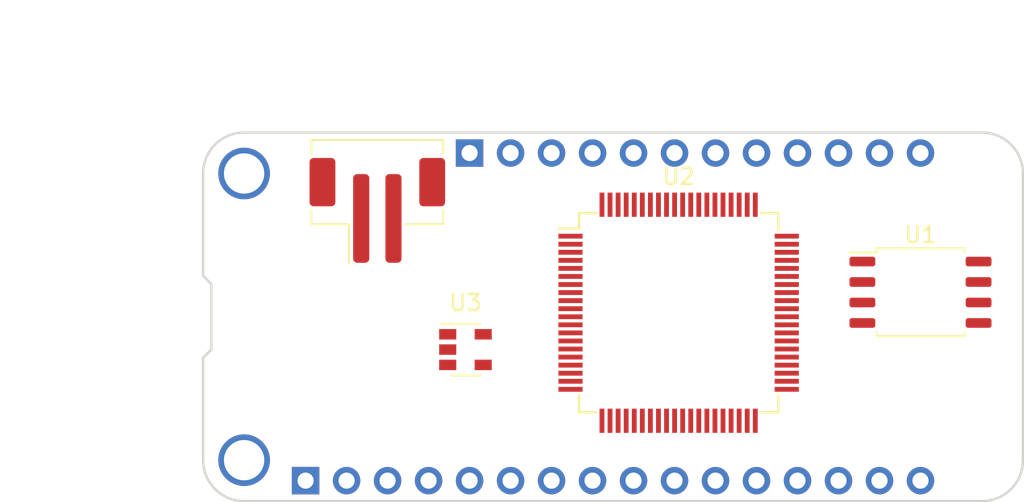
<source format=kicad_pcb>
(kicad_pcb (version 20171130) (host pcbnew "(5.1.5-0-10_14)")

  (general
    (thickness 1.6)
    (drawings 14)
    (tracks 0)
    (zones 0)
    (modules 10)
    (nets 79)
  )

  (page A4)
  (layers
    (0 F.Cu signal)
    (31 B.Cu signal)
    (32 B.Adhes user)
    (33 F.Adhes user)
    (34 B.Paste user)
    (35 F.Paste user)
    (36 B.SilkS user)
    (37 F.SilkS user)
    (38 B.Mask user)
    (39 F.Mask user)
    (40 Dwgs.User user)
    (41 Cmts.User user hide)
    (42 Eco1.User user)
    (43 Eco2.User user)
    (44 Edge.Cuts user)
    (45 Margin user)
    (46 B.CrtYd user)
    (47 F.CrtYd user)
    (48 B.Fab user)
    (49 F.Fab user)
  )

  (setup
    (last_trace_width 0.25)
    (trace_clearance 0.2)
    (zone_clearance 0.508)
    (zone_45_only no)
    (trace_min 0.2)
    (via_size 0.8)
    (via_drill 0.4)
    (via_min_size 0.4)
    (via_min_drill 0.3)
    (uvia_size 0.3)
    (uvia_drill 0.1)
    (uvias_allowed no)
    (uvia_min_size 0.2)
    (uvia_min_drill 0.1)
    (edge_width 0.05)
    (segment_width 0.2)
    (pcb_text_width 0.3)
    (pcb_text_size 1.5 1.5)
    (mod_edge_width 0.12)
    (mod_text_size 1 1)
    (mod_text_width 0.15)
    (pad_size 3.2 3.2)
    (pad_drill 2.5)
    (pad_to_mask_clearance 0.051)
    (solder_mask_min_width 0.25)
    (aux_axis_origin 0 0)
    (visible_elements FFFFF77F)
    (pcbplotparams
      (layerselection 0x010fc_ffffffff)
      (usegerberextensions false)
      (usegerberattributes false)
      (usegerberadvancedattributes false)
      (creategerberjobfile false)
      (excludeedgelayer true)
      (linewidth 0.100000)
      (plotframeref false)
      (viasonmask false)
      (mode 1)
      (useauxorigin false)
      (hpglpennumber 1)
      (hpglpenspeed 20)
      (hpglpendiameter 15.000000)
      (psnegative false)
      (psa4output false)
      (plotreference true)
      (plotvalue true)
      (plotinvisibletext false)
      (padsonsilk false)
      (subtractmaskfromsilk false)
      (outputformat 1)
      (mirror false)
      (drillshape 1)
      (scaleselection 1)
      (outputdirectory ""))
  )

  (net 0 "")
  (net 1 +BATT)
  (net 2 GND)
  (net 3 VBUS)
  (net 4 /MISC)
  (net 5 /TX)
  (net 6 /RX)
  (net 7 /MISO)
  (net 8 /MOSI)
  (net 9 /SCK)
  (net 10 /A5)
  (net 11 /A4)
  (net 12 /A3)
  (net 13 /A2)
  (net 14 /A1)
  (net 15 /A0)
  (net 16 /Aref)
  (net 17 +3V3)
  (net 18 /~RST~)
  (net 19 /SDA)
  (net 20 /SCL)
  (net 21 /GPIO05)
  (net 22 /GPIO06)
  (net 23 /GPIO09)
  (net 24 /GPIO10)
  (net 25 /GPIO11)
  (net 26 /GPIO12)
  (net 27 /GPIO13)
  (net 28 /EN)
  (net 29 /FlexSPI_D3_A)
  (net 30 /FlexSPI_CLK_A)
  (net 31 /FlexSPI_D0_A)
  (net 32 /FlexSPI_D2_A)
  (net 33 /FlexSPI_D1_A)
  (net 34 /FlexSPI_SS0)
  (net 35 /DCDC_OUT)
  (net 36 "Net-(U2-Pad76)")
  (net 37 "Net-(U2-Pad75)")
  (net 38 "Net-(U2-Pad74)")
  (net 39 "Net-(U2-Pad73)")
  (net 40 "Net-(U2-Pad72)")
  (net 41 "Net-(U2-Pad70)")
  (net 42 "Net-(U2-Pad62)")
  (net 43 "Net-(U2-Pad61)")
  (net 44 "Net-(U2-Pad60)")
  (net 45 /CS)
  (net 46 "Net-(U2-Pad46)")
  (net 47 /SWCLK)
  (net 48 /SWDIO)
  (net 49 "Net-(U2-Pad43)")
  (net 50 "Net-(C15-Pad1)")
  (net 51 "Net-(C5-Pad2)")
  (net 52 /XLO)
  (net 53 /XLI)
  (net 54 "Net-(U2-Pad36)")
  (net 55 "Net-(C13-Pad1)")
  (net 56 /D+)
  (net 57 /D-)
  (net 58 "Net-(C11-Pad1)")
  (net 59 "Net-(U2-Pad29)")
  (net 60 /RTCO)
  (net 61 /RTCI)
  (net 62 "Net-(C1-Pad1)")
  (net 63 "Net-(C20-Pad2)")
  (net 64 "Net-(U2-Pad24)")
  (net 65 "Net-(U2-Pad22)")
  (net 66 /ONOFF)
  (net 67 "Net-(C23-Pad1)")
  (net 68 "Net-(U2-Pad13)")
  (net 69 /GPIO5)
  (net 70 /GPIO6)
  (net 71 "Net-(U2-Pad5)")
  (net 72 "Net-(U2-Pad4)")
  (net 73 /GPIO9)
  (net 74 "Net-(U3-Pad5)")
  (net 75 "Net-(U3-Pad4)")
  (net 76 "Net-(U3-Pad3)")
  (net 77 "Net-(U3-Pad2)")
  (net 78 "Net-(U3-Pad1)")

  (net_class Default "This is the default net class."
    (clearance 0.2)
    (trace_width 0.25)
    (via_dia 0.8)
    (via_drill 0.4)
    (uvia_dia 0.3)
    (uvia_drill 0.1)
    (add_net +3V3)
    (add_net +BATT)
    (add_net /A0)
    (add_net /A1)
    (add_net /A2)
    (add_net /A3)
    (add_net /A4)
    (add_net /A5)
    (add_net /Aref)
    (add_net /CS)
    (add_net /D+)
    (add_net /D-)
    (add_net /DCDC_OUT)
    (add_net /EN)
    (add_net /FlexSPI_CLK_A)
    (add_net /FlexSPI_D0_A)
    (add_net /FlexSPI_D1_A)
    (add_net /FlexSPI_D2_A)
    (add_net /FlexSPI_D3_A)
    (add_net /FlexSPI_SS0)
    (add_net /GPIO05)
    (add_net /GPIO06)
    (add_net /GPIO09)
    (add_net /GPIO10)
    (add_net /GPIO11)
    (add_net /GPIO12)
    (add_net /GPIO13)
    (add_net /GPIO5)
    (add_net /GPIO6)
    (add_net /GPIO9)
    (add_net /MISC)
    (add_net /MISO)
    (add_net /MOSI)
    (add_net /ONOFF)
    (add_net /RTCI)
    (add_net /RTCO)
    (add_net /RX)
    (add_net /SCK)
    (add_net /SCL)
    (add_net /SDA)
    (add_net /SWCLK)
    (add_net /SWDIO)
    (add_net /TX)
    (add_net /XLI)
    (add_net /XLO)
    (add_net /~RST~)
    (add_net GND)
    (add_net "Net-(C1-Pad1)")
    (add_net "Net-(C11-Pad1)")
    (add_net "Net-(C13-Pad1)")
    (add_net "Net-(C15-Pad1)")
    (add_net "Net-(C20-Pad2)")
    (add_net "Net-(C23-Pad1)")
    (add_net "Net-(C5-Pad2)")
    (add_net "Net-(U2-Pad13)")
    (add_net "Net-(U2-Pad22)")
    (add_net "Net-(U2-Pad24)")
    (add_net "Net-(U2-Pad29)")
    (add_net "Net-(U2-Pad36)")
    (add_net "Net-(U2-Pad4)")
    (add_net "Net-(U2-Pad43)")
    (add_net "Net-(U2-Pad46)")
    (add_net "Net-(U2-Pad5)")
    (add_net "Net-(U2-Pad60)")
    (add_net "Net-(U2-Pad61)")
    (add_net "Net-(U2-Pad62)")
    (add_net "Net-(U2-Pad70)")
    (add_net "Net-(U2-Pad72)")
    (add_net "Net-(U2-Pad73)")
    (add_net "Net-(U2-Pad74)")
    (add_net "Net-(U2-Pad75)")
    (add_net "Net-(U2-Pad76)")
    (add_net "Net-(U3-Pad1)")
    (add_net "Net-(U3-Pad2)")
    (add_net "Net-(U3-Pad3)")
    (add_net "Net-(U3-Pad4)")
    (add_net "Net-(U3-Pad5)")
    (add_net VBUS)
  )

  (module Package_TO_SOT_SMD:SOT-23-5 (layer F.Cu) (tedit 5A02FF57) (tstamp 5E9CF47A)
    (at 143.256 94.742)
    (descr "5-pin SOT23 package")
    (tags SOT-23-5)
    (path /5E789F12)
    (attr smd)
    (fp_text reference U3 (at 0 -2.9) (layer F.SilkS)
      (effects (font (size 1 1) (thickness 0.15)))
    )
    (fp_text value AP2112K-3.3 (at 0 2.9) (layer F.Fab)
      (effects (font (size 1 1) (thickness 0.15)))
    )
    (fp_line (start 0.9 -1.55) (end 0.9 1.55) (layer F.Fab) (width 0.1))
    (fp_line (start 0.9 1.55) (end -0.9 1.55) (layer F.Fab) (width 0.1))
    (fp_line (start -0.9 -0.9) (end -0.9 1.55) (layer F.Fab) (width 0.1))
    (fp_line (start 0.9 -1.55) (end -0.25 -1.55) (layer F.Fab) (width 0.1))
    (fp_line (start -0.9 -0.9) (end -0.25 -1.55) (layer F.Fab) (width 0.1))
    (fp_line (start -1.9 1.8) (end -1.9 -1.8) (layer F.CrtYd) (width 0.05))
    (fp_line (start 1.9 1.8) (end -1.9 1.8) (layer F.CrtYd) (width 0.05))
    (fp_line (start 1.9 -1.8) (end 1.9 1.8) (layer F.CrtYd) (width 0.05))
    (fp_line (start -1.9 -1.8) (end 1.9 -1.8) (layer F.CrtYd) (width 0.05))
    (fp_line (start 0.9 -1.61) (end -1.55 -1.61) (layer F.SilkS) (width 0.12))
    (fp_line (start -0.9 1.61) (end 0.9 1.61) (layer F.SilkS) (width 0.12))
    (fp_text user %R (at 0 0 90) (layer F.Fab)
      (effects (font (size 0.5 0.5) (thickness 0.075)))
    )
    (pad 5 smd rect (at 1.1 -0.95) (size 1.06 0.65) (layers F.Cu F.Paste F.Mask)
      (net 74 "Net-(U3-Pad5)"))
    (pad 4 smd rect (at 1.1 0.95) (size 1.06 0.65) (layers F.Cu F.Paste F.Mask)
      (net 75 "Net-(U3-Pad4)"))
    (pad 3 smd rect (at -1.1 0.95) (size 1.06 0.65) (layers F.Cu F.Paste F.Mask)
      (net 76 "Net-(U3-Pad3)"))
    (pad 2 smd rect (at -1.1 0) (size 1.06 0.65) (layers F.Cu F.Paste F.Mask)
      (net 77 "Net-(U3-Pad2)"))
    (pad 1 smd rect (at -1.1 -0.95) (size 1.06 0.65) (layers F.Cu F.Paste F.Mask)
      (net 78 "Net-(U3-Pad1)"))
    (model ${KISYS3DMOD}/Package_TO_SOT_SMD.3dshapes/SOT-23-5.wrl
      (at (xyz 0 0 0))
      (scale (xyz 1 1 1))
      (rotate (xyz 0 0 0))
    )
  )

  (module Package_QFP:TQFP-80_12x12mm_P0.5mm (layer F.Cu) (tedit 5A02F146) (tstamp 5E9CF465)
    (at 156.464 92.456)
    (descr "80-Lead Plastic Thin Quad Flatpack (PT) - 12x12x1 mm Body, 2.00 mm [TQFP] (see Microchip Packaging Specification 00000049BS.pdf)")
    (tags "QFP 0.5")
    (path /5E778D1F)
    (attr smd)
    (fp_text reference U2 (at 0 -8.45) (layer F.SilkS)
      (effects (font (size 1 1) (thickness 0.15)))
    )
    (fp_text value MIMXRT1011DAE5A (at 0 8.45) (layer F.Fab)
      (effects (font (size 1 1) (thickness 0.15)))
    )
    (fp_line (start -6.175 -5.225) (end -7.45 -5.225) (layer F.SilkS) (width 0.15))
    (fp_line (start 6.175 -6.175) (end 5.125 -6.175) (layer F.SilkS) (width 0.15))
    (fp_line (start 6.175 6.175) (end 5.125 6.175) (layer F.SilkS) (width 0.15))
    (fp_line (start -6.175 6.175) (end -5.125 6.175) (layer F.SilkS) (width 0.15))
    (fp_line (start -6.175 -6.175) (end -5.125 -6.175) (layer F.SilkS) (width 0.15))
    (fp_line (start -6.175 6.175) (end -6.175 5.125) (layer F.SilkS) (width 0.15))
    (fp_line (start 6.175 6.175) (end 6.175 5.125) (layer F.SilkS) (width 0.15))
    (fp_line (start 6.175 -6.175) (end 6.175 -5.125) (layer F.SilkS) (width 0.15))
    (fp_line (start -6.175 -6.175) (end -6.175 -5.225) (layer F.SilkS) (width 0.15))
    (fp_line (start -7.7 7.7) (end 7.7 7.7) (layer F.CrtYd) (width 0.05))
    (fp_line (start -7.7 -7.7) (end 7.7 -7.7) (layer F.CrtYd) (width 0.05))
    (fp_line (start 7.7 -7.7) (end 7.7 7.7) (layer F.CrtYd) (width 0.05))
    (fp_line (start -7.7 -7.7) (end -7.7 7.7) (layer F.CrtYd) (width 0.05))
    (fp_line (start -6 -5) (end -5 -6) (layer F.Fab) (width 0.15))
    (fp_line (start -6 6) (end -6 -5) (layer F.Fab) (width 0.15))
    (fp_line (start 6 6) (end -6 6) (layer F.Fab) (width 0.15))
    (fp_line (start 6 -6) (end 6 6) (layer F.Fab) (width 0.15))
    (fp_line (start -5 -6) (end 6 -6) (layer F.Fab) (width 0.15))
    (fp_text user %R (at 0 0) (layer F.Fab)
      (effects (font (size 1 1) (thickness 0.15)))
    )
    (pad 80 smd rect (at -4.75 -6.7 90) (size 1.5 0.3) (layers F.Cu F.Paste F.Mask)
      (net 26 /GPIO12))
    (pad 79 smd rect (at -4.25 -6.7 90) (size 1.5 0.3) (layers F.Cu F.Paste F.Mask)
      (net 27 /GPIO13))
    (pad 78 smd rect (at -3.75 -6.7 90) (size 1.5 0.3) (layers F.Cu F.Paste F.Mask)
      (net 2 GND))
    (pad 77 smd rect (at -3.25 -6.7 90) (size 1.5 0.3) (layers F.Cu F.Paste F.Mask)
      (net 35 /DCDC_OUT))
    (pad 76 smd rect (at -2.75 -6.7 90) (size 1.5 0.3) (layers F.Cu F.Paste F.Mask)
      (net 36 "Net-(U2-Pad76)"))
    (pad 75 smd rect (at -2.25 -6.7 90) (size 1.5 0.3) (layers F.Cu F.Paste F.Mask)
      (net 37 "Net-(U2-Pad75)"))
    (pad 74 smd rect (at -1.75 -6.7 90) (size 1.5 0.3) (layers F.Cu F.Paste F.Mask)
      (net 38 "Net-(U2-Pad74)"))
    (pad 73 smd rect (at -1.25 -6.7 90) (size 1.5 0.3) (layers F.Cu F.Paste F.Mask)
      (net 39 "Net-(U2-Pad73)"))
    (pad 72 smd rect (at -0.75 -6.7 90) (size 1.5 0.3) (layers F.Cu F.Paste F.Mask)
      (net 40 "Net-(U2-Pad72)"))
    (pad 71 smd rect (at -0.25 -6.7 90) (size 1.5 0.3) (layers F.Cu F.Paste F.Mask)
      (net 17 +3V3))
    (pad 70 smd rect (at 0.25 -6.7 90) (size 1.5 0.3) (layers F.Cu F.Paste F.Mask)
      (net 41 "Net-(U2-Pad70)"))
    (pad 69 smd rect (at 0.75 -6.7 90) (size 1.5 0.3) (layers F.Cu F.Paste F.Mask)
      (net 34 /FlexSPI_SS0))
    (pad 68 smd rect (at 1.25 -6.7 90) (size 1.5 0.3) (layers F.Cu F.Paste F.Mask)
      (net 33 /FlexSPI_D1_A))
    (pad 67 smd rect (at 1.75 -6.7 90) (size 1.5 0.3) (layers F.Cu F.Paste F.Mask)
      (net 32 /FlexSPI_D2_A))
    (pad 66 smd rect (at 2.25 -6.7 90) (size 1.5 0.3) (layers F.Cu F.Paste F.Mask)
      (net 31 /FlexSPI_D0_A))
    (pad 65 smd rect (at 2.75 -6.7 90) (size 1.5 0.3) (layers F.Cu F.Paste F.Mask)
      (net 30 /FlexSPI_CLK_A))
    (pad 64 smd rect (at 3.25 -6.7 90) (size 1.5 0.3) (layers F.Cu F.Paste F.Mask)
      (net 29 /FlexSPI_D3_A))
    (pad 63 smd rect (at 3.75 -6.7 90) (size 1.5 0.3) (layers F.Cu F.Paste F.Mask)
      (net 17 +3V3))
    (pad 62 smd rect (at 4.25 -6.7 90) (size 1.5 0.3) (layers F.Cu F.Paste F.Mask)
      (net 42 "Net-(U2-Pad62)"))
    (pad 61 smd rect (at 4.75 -6.7 90) (size 1.5 0.3) (layers F.Cu F.Paste F.Mask)
      (net 43 "Net-(U2-Pad61)"))
    (pad 60 smd rect (at 6.7 -4.75) (size 1.5 0.3) (layers F.Cu F.Paste F.Mask)
      (net 44 "Net-(U2-Pad60)"))
    (pad 59 smd rect (at 6.7 -4.25) (size 1.5 0.3) (layers F.Cu F.Paste F.Mask)
      (net 15 /A0))
    (pad 58 smd rect (at 6.7 -3.75) (size 1.5 0.3) (layers F.Cu F.Paste F.Mask)
      (net 7 /MISO))
    (pad 57 smd rect (at 6.7 -3.25) (size 1.5 0.3) (layers F.Cu F.Paste F.Mask)
      (net 8 /MOSI))
    (pad 56 smd rect (at 6.7 -2.75) (size 1.5 0.3) (layers F.Cu F.Paste F.Mask)
      (net 45 /CS))
    (pad 55 smd rect (at 6.7 -2.25) (size 1.5 0.3) (layers F.Cu F.Paste F.Mask)
      (net 9 /SCK))
    (pad 54 smd rect (at 6.7 -1.75) (size 1.5 0.3) (layers F.Cu F.Paste F.Mask)
      (net 2 GND))
    (pad 53 smd rect (at 6.7 -1.25) (size 1.5 0.3) (layers F.Cu F.Paste F.Mask)
      (net 35 /DCDC_OUT))
    (pad 52 smd rect (at 6.7 -0.75) (size 1.5 0.3) (layers F.Cu F.Paste F.Mask)
      (net 14 /A1))
    (pad 51 smd rect (at 6.7 -0.25) (size 1.5 0.3) (layers F.Cu F.Paste F.Mask)
      (net 13 /A2))
    (pad 50 smd rect (at 6.7 0.25) (size 1.5 0.3) (layers F.Cu F.Paste F.Mask)
      (net 17 +3V3))
    (pad 49 smd rect (at 6.7 0.75) (size 1.5 0.3) (layers F.Cu F.Paste F.Mask)
      (net 12 /A3))
    (pad 48 smd rect (at 6.7 1.25) (size 1.5 0.3) (layers F.Cu F.Paste F.Mask)
      (net 11 /A4))
    (pad 47 smd rect (at 6.7 1.75) (size 1.5 0.3) (layers F.Cu F.Paste F.Mask)
      (net 10 /A5))
    (pad 46 smd rect (at 6.7 2.25) (size 1.5 0.3) (layers F.Cu F.Paste F.Mask)
      (net 46 "Net-(U2-Pad46)"))
    (pad 45 smd rect (at 6.7 2.75) (size 1.5 0.3) (layers F.Cu F.Paste F.Mask)
      (net 47 /SWCLK))
    (pad 44 smd rect (at 6.7 3.25) (size 1.5 0.3) (layers F.Cu F.Paste F.Mask)
      (net 48 /SWDIO))
    (pad 43 smd rect (at 6.7 3.75) (size 1.5 0.3) (layers F.Cu F.Paste F.Mask)
      (net 49 "Net-(U2-Pad43)"))
    (pad 42 smd rect (at 6.7 4.25) (size 1.5 0.3) (layers F.Cu F.Paste F.Mask)
      (net 17 +3V3))
    (pad 41 smd rect (at 6.7 4.75) (size 1.5 0.3) (layers F.Cu F.Paste F.Mask)
      (net 2 GND))
    (pad 40 smd rect (at 4.75 6.7 90) (size 1.5 0.3) (layers F.Cu F.Paste F.Mask)
      (net 50 "Net-(C15-Pad1)"))
    (pad 39 smd rect (at 4.25 6.7 90) (size 1.5 0.3) (layers F.Cu F.Paste F.Mask)
      (net 51 "Net-(C5-Pad2)"))
    (pad 38 smd rect (at 3.75 6.7 90) (size 1.5 0.3) (layers F.Cu F.Paste F.Mask)
      (net 52 /XLO))
    (pad 37 smd rect (at 3.25 6.7 90) (size 1.5 0.3) (layers F.Cu F.Paste F.Mask)
      (net 53 /XLI))
    (pad 36 smd rect (at 2.75 6.7 90) (size 1.5 0.3) (layers F.Cu F.Paste F.Mask)
      (net 54 "Net-(U2-Pad36)"))
    (pad 35 smd rect (at 2.25 6.7 90) (size 1.5 0.3) (layers F.Cu F.Paste F.Mask)
      (net 55 "Net-(C13-Pad1)"))
    (pad 34 smd rect (at 1.75 6.7 90) (size 1.5 0.3) (layers F.Cu F.Paste F.Mask)
      (net 2 GND))
    (pad 33 smd rect (at 1.25 6.7 90) (size 1.5 0.3) (layers F.Cu F.Paste F.Mask)
      (net 56 /D+))
    (pad 32 smd rect (at 0.75 6.7 90) (size 1.5 0.3) (layers F.Cu F.Paste F.Mask)
      (net 57 /D-))
    (pad 31 smd rect (at 0.25 6.7 90) (size 1.5 0.3) (layers F.Cu F.Paste F.Mask)
      (net 58 "Net-(C11-Pad1)"))
    (pad 30 smd rect (at -0.25 6.7 90) (size 1.5 0.3) (layers F.Cu F.Paste F.Mask)
      (net 2 GND))
    (pad 29 smd rect (at -0.75 6.7 90) (size 1.5 0.3) (layers F.Cu F.Paste F.Mask)
      (net 59 "Net-(U2-Pad29)"))
    (pad 28 smd rect (at -1.25 6.7 90) (size 1.5 0.3) (layers F.Cu F.Paste F.Mask)
      (net 60 /RTCO))
    (pad 27 smd rect (at -1.75 6.7 90) (size 1.5 0.3) (layers F.Cu F.Paste F.Mask)
      (net 61 /RTCI))
    (pad 26 smd rect (at -2.25 6.7 90) (size 1.5 0.3) (layers F.Cu F.Paste F.Mask)
      (net 62 "Net-(C1-Pad1)"))
    (pad 25 smd rect (at -2.75 6.7 90) (size 1.5 0.3) (layers F.Cu F.Paste F.Mask)
      (net 63 "Net-(C20-Pad2)"))
    (pad 24 smd rect (at -3.25 6.7 90) (size 1.5 0.3) (layers F.Cu F.Paste F.Mask)
      (net 64 "Net-(U2-Pad24)"))
    (pad 23 smd rect (at -3.75 6.7 90) (size 1.5 0.3) (layers F.Cu F.Paste F.Mask)
      (net 2 GND))
    (pad 22 smd rect (at -4.25 6.7 90) (size 1.5 0.3) (layers F.Cu F.Paste F.Mask)
      (net 65 "Net-(U2-Pad22)"))
    (pad 21 smd rect (at -4.75 6.7 90) (size 1.5 0.3) (layers F.Cu F.Paste F.Mask)
      (net 66 /ONOFF))
    (pad 20 smd rect (at -6.7 4.75) (size 1.5 0.3) (layers F.Cu F.Paste F.Mask)
      (net 2 GND))
    (pad 19 smd rect (at -6.7 4.25) (size 1.5 0.3) (layers F.Cu F.Paste F.Mask)
      (net 67 "Net-(C23-Pad1)"))
    (pad 18 smd rect (at -6.7 3.75) (size 1.5 0.3) (layers F.Cu F.Paste F.Mask)
      (net 17 +3V3))
    (pad 17 smd rect (at -6.7 3.25) (size 1.5 0.3) (layers F.Cu F.Paste F.Mask)
      (net 17 +3V3))
    (pad 16 smd rect (at -6.7 2.75) (size 1.5 0.3) (layers F.Cu F.Paste F.Mask)
      (net 2 GND))
    (pad 15 smd rect (at -6.7 2.25) (size 1.5 0.3) (layers F.Cu F.Paste F.Mask)
      (net 67 "Net-(C23-Pad1)"))
    (pad 14 smd rect (at -6.7 1.75) (size 1.5 0.3) (layers F.Cu F.Paste F.Mask)
      (net 35 /DCDC_OUT))
    (pad 13 smd rect (at -6.7 1.25) (size 1.5 0.3) (layers F.Cu F.Paste F.Mask)
      (net 68 "Net-(U2-Pad13)"))
    (pad 12 smd rect (at -6.7 0.75) (size 1.5 0.3) (layers F.Cu F.Paste F.Mask)
      (net 19 /SDA))
    (pad 11 smd rect (at -6.7 0.25) (size 1.5 0.3) (layers F.Cu F.Paste F.Mask)
      (net 20 /SCL))
    (pad 10 smd rect (at -6.7 -0.25) (size 1.5 0.3) (layers F.Cu F.Paste F.Mask)
      (net 6 /RX))
    (pad 9 smd rect (at -6.7 -0.75) (size 1.5 0.3) (layers F.Cu F.Paste F.Mask)
      (net 5 /TX))
    (pad 8 smd rect (at -6.7 -1.25) (size 1.5 0.3) (layers F.Cu F.Paste F.Mask)
      (net 69 /GPIO5))
    (pad 7 smd rect (at -6.7 -1.75) (size 1.5 0.3) (layers F.Cu F.Paste F.Mask)
      (net 17 +3V3))
    (pad 6 smd rect (at -6.7 -2.25) (size 1.5 0.3) (layers F.Cu F.Paste F.Mask)
      (net 70 /GPIO6))
    (pad 5 smd rect (at -6.7 -2.75) (size 1.5 0.3) (layers F.Cu F.Paste F.Mask)
      (net 71 "Net-(U2-Pad5)"))
    (pad 4 smd rect (at -6.7 -3.25) (size 1.5 0.3) (layers F.Cu F.Paste F.Mask)
      (net 72 "Net-(U2-Pad4)"))
    (pad 3 smd rect (at -6.7 -3.75) (size 1.5 0.3) (layers F.Cu F.Paste F.Mask)
      (net 73 /GPIO9))
    (pad 2 smd rect (at -6.7 -4.25) (size 1.5 0.3) (layers F.Cu F.Paste F.Mask)
      (net 24 /GPIO10))
    (pad 1 smd rect (at -6.7 -4.75) (size 1.5 0.3) (layers F.Cu F.Paste F.Mask)
      (net 25 /GPIO11))
    (model ${KISYS3DMOD}/Package_QFP.3dshapes/TQFP-80_12x12mm_P0.5mm.wrl
      (at (xyz 0 0 0))
      (scale (xyz 1 1 1))
      (rotate (xyz 0 0 0))
    )
  )

  (module Package_SO:SOIC-8_5.23x5.23mm_P1.27mm (layer F.Cu) (tedit 5D9F72B1) (tstamp 5E9CF3FE)
    (at 171.45 91.186)
    (descr "SOIC, 8 Pin (http://www.winbond.com/resource-files/w25q32jv%20revg%2003272018%20plus.pdf#page=68), generated with kicad-footprint-generator ipc_gullwing_generator.py")
    (tags "SOIC SO")
    (path /5EBBB1D9)
    (attr smd)
    (fp_text reference U1 (at 0 -3.56) (layer F.SilkS)
      (effects (font (size 1 1) (thickness 0.15)))
    )
    (fp_text value W25Q128JVS (at 0 3.56) (layer F.Fab)
      (effects (font (size 1 1) (thickness 0.15)))
    )
    (fp_text user %R (at 0 0) (layer F.Fab)
      (effects (font (size 1 1) (thickness 0.15)))
    )
    (fp_line (start 4.65 -2.86) (end -4.65 -2.86) (layer F.CrtYd) (width 0.05))
    (fp_line (start 4.65 2.86) (end 4.65 -2.86) (layer F.CrtYd) (width 0.05))
    (fp_line (start -4.65 2.86) (end 4.65 2.86) (layer F.CrtYd) (width 0.05))
    (fp_line (start -4.65 -2.86) (end -4.65 2.86) (layer F.CrtYd) (width 0.05))
    (fp_line (start -2.615 -1.615) (end -1.615 -2.615) (layer F.Fab) (width 0.1))
    (fp_line (start -2.615 2.615) (end -2.615 -1.615) (layer F.Fab) (width 0.1))
    (fp_line (start 2.615 2.615) (end -2.615 2.615) (layer F.Fab) (width 0.1))
    (fp_line (start 2.615 -2.615) (end 2.615 2.615) (layer F.Fab) (width 0.1))
    (fp_line (start -1.615 -2.615) (end 2.615 -2.615) (layer F.Fab) (width 0.1))
    (fp_line (start -2.725 -2.465) (end -4.4 -2.465) (layer F.SilkS) (width 0.12))
    (fp_line (start -2.725 -2.725) (end -2.725 -2.465) (layer F.SilkS) (width 0.12))
    (fp_line (start 0 -2.725) (end -2.725 -2.725) (layer F.SilkS) (width 0.12))
    (fp_line (start 2.725 -2.725) (end 2.725 -2.465) (layer F.SilkS) (width 0.12))
    (fp_line (start 0 -2.725) (end 2.725 -2.725) (layer F.SilkS) (width 0.12))
    (fp_line (start -2.725 2.725) (end -2.725 2.465) (layer F.SilkS) (width 0.12))
    (fp_line (start 0 2.725) (end -2.725 2.725) (layer F.SilkS) (width 0.12))
    (fp_line (start 2.725 2.725) (end 2.725 2.465) (layer F.SilkS) (width 0.12))
    (fp_line (start 0 2.725) (end 2.725 2.725) (layer F.SilkS) (width 0.12))
    (pad 8 smd roundrect (at 3.6 -1.905) (size 1.6 0.6) (layers F.Cu F.Paste F.Mask) (roundrect_rratio 0.25)
      (net 17 +3V3))
    (pad 7 smd roundrect (at 3.6 -0.635) (size 1.6 0.6) (layers F.Cu F.Paste F.Mask) (roundrect_rratio 0.25)
      (net 29 /FlexSPI_D3_A))
    (pad 6 smd roundrect (at 3.6 0.635) (size 1.6 0.6) (layers F.Cu F.Paste F.Mask) (roundrect_rratio 0.25)
      (net 30 /FlexSPI_CLK_A))
    (pad 5 smd roundrect (at 3.6 1.905) (size 1.6 0.6) (layers F.Cu F.Paste F.Mask) (roundrect_rratio 0.25)
      (net 31 /FlexSPI_D0_A))
    (pad 4 smd roundrect (at -3.6 1.905) (size 1.6 0.6) (layers F.Cu F.Paste F.Mask) (roundrect_rratio 0.25)
      (net 2 GND))
    (pad 3 smd roundrect (at -3.6 0.635) (size 1.6 0.6) (layers F.Cu F.Paste F.Mask) (roundrect_rratio 0.25)
      (net 32 /FlexSPI_D2_A))
    (pad 2 smd roundrect (at -3.6 -0.635) (size 1.6 0.6) (layers F.Cu F.Paste F.Mask) (roundrect_rratio 0.25)
      (net 33 /FlexSPI_D1_A))
    (pad 1 smd roundrect (at -3.6 -1.905) (size 1.6 0.6) (layers F.Cu F.Paste F.Mask) (roundrect_rratio 0.25)
      (net 34 /FlexSPI_SS0))
    (model ${KISYS3DMOD}/Package_SO.3dshapes/SOIC-8_5.23x5.23mm_P1.27mm.wrl
      (at (xyz 0 0 0))
      (scale (xyz 1 1 1))
      (rotate (xyz 0 0 0))
    )
  )

  (module Connector_JST:JST_PH_B2B-PH-SM4-TB_1x02-1MP_P2.00mm_Vertical (layer F.Cu) (tedit 5B78AD87) (tstamp 5D53D682)
    (at 137.795 86.106)
    (descr "JST PH series connector, B2B-PH-SM4-TB (http://www.jst-mfg.com/product/pdf/eng/ePH.pdf), generated with kicad-footprint-generator")
    (tags "connector JST PH side entry")
    (path /5D4DC9A5)
    (attr smd)
    (fp_text reference J1 (at 0 -5.45) (layer F.SilkS) hide
      (effects (font (size 1 1) (thickness 0.15)))
    )
    (fp_text value Conn_Battery (at 0 4.45) (layer F.Fab) hide
      (effects (font (size 1 1) (thickness 0.15)))
    )
    (fp_text user %R (at 0 -1) (layer F.Fab) hide
      (effects (font (size 1 1) (thickness 0.15)))
    )
    (fp_line (start -1 0.042893) (end -0.5 0.75) (layer F.Fab) (width 0.1))
    (fp_line (start -1.5 0.75) (end -1 0.042893) (layer F.Fab) (width 0.1))
    (fp_line (start 4.7 -4.75) (end -4.7 -4.75) (layer F.CrtYd) (width 0.05))
    (fp_line (start 4.7 3.75) (end 4.7 -4.75) (layer F.CrtYd) (width 0.05))
    (fp_line (start -4.7 3.75) (end 4.7 3.75) (layer F.CrtYd) (width 0.05))
    (fp_line (start -4.7 -4.75) (end -4.7 3.75) (layer F.CrtYd) (width 0.05))
    (fp_line (start 1.25 -2.75) (end 0.75 -2.75) (layer F.Fab) (width 0.1))
    (fp_line (start 1.25 -2.25) (end 1.25 -2.75) (layer F.Fab) (width 0.1))
    (fp_line (start 0.75 -2.25) (end 1.25 -2.25) (layer F.Fab) (width 0.1))
    (fp_line (start 0.75 -2.75) (end 0.75 -2.25) (layer F.Fab) (width 0.1))
    (fp_line (start -0.75 -2.75) (end -1.25 -2.75) (layer F.Fab) (width 0.1))
    (fp_line (start -0.75 -2.25) (end -0.75 -2.75) (layer F.Fab) (width 0.1))
    (fp_line (start -1.25 -2.25) (end -0.75 -2.25) (layer F.Fab) (width 0.1))
    (fp_line (start -1.25 -2.75) (end -1.25 -2.25) (layer F.Fab) (width 0.1))
    (fp_line (start 3.975 0.75) (end 3.975 -4.25) (layer F.Fab) (width 0.1))
    (fp_line (start -3.975 0.75) (end -3.975 -4.25) (layer F.Fab) (width 0.1))
    (fp_line (start -3.975 -4.25) (end 3.975 -4.25) (layer F.Fab) (width 0.1))
    (fp_line (start 4.085 -4.36) (end 4.085 -3.51) (layer F.SilkS) (width 0.12))
    (fp_line (start -4.085 -4.36) (end 4.085 -4.36) (layer F.SilkS) (width 0.12))
    (fp_line (start -4.085 -3.51) (end -4.085 -4.36) (layer F.SilkS) (width 0.12))
    (fp_line (start 4.085 0.86) (end 1.76 0.86) (layer F.SilkS) (width 0.12))
    (fp_line (start 4.085 0.01) (end 4.085 0.86) (layer F.SilkS) (width 0.12))
    (fp_line (start -1.76 0.86) (end -1.76 3.25) (layer F.SilkS) (width 0.12))
    (fp_line (start -4.085 0.86) (end -1.76 0.86) (layer F.SilkS) (width 0.12))
    (fp_line (start -4.085 0.01) (end -4.085 0.86) (layer F.SilkS) (width 0.12))
    (fp_line (start -3.975 0.75) (end 3.975 0.75) (layer F.Fab) (width 0.1))
    (pad MP smd roundrect (at 3.4 -1.75) (size 1.6 3) (layers F.Cu F.Paste F.Mask) (roundrect_rratio 0.15625))
    (pad MP smd roundrect (at -3.4 -1.75) (size 1.6 3) (layers F.Cu F.Paste F.Mask) (roundrect_rratio 0.15625))
    (pad 2 smd roundrect (at 1 0.5) (size 1 5.5) (layers F.Cu F.Paste F.Mask) (roundrect_rratio 0.25)
      (net 1 +BATT))
    (pad 1 smd roundrect (at -1 0.5) (size 1 5.5) (layers F.Cu F.Paste F.Mask) (roundrect_rratio 0.25)
      (net 2 GND))
    (model ${KISYS3DMOD}/Connector_JST.3dshapes/JST_PH_B2B-PH-SM4-TB_1x02-1MP_P2.00mm_Vertical.wrl
      (at (xyz 0 0 0))
      (scale (xyz 1 1 1))
      (rotate (xyz 0 0 0))
    )
  )

  (module MountingHole:MountingHole_2.5mm_Pad locked (layer F.Cu) (tedit 5D4D8656) (tstamp 5D4E0263)
    (at 129.54 83.82)
    (descr "Mounting Hole 2.5mm")
    (tags "mounting hole 2.5mm")
    (attr virtual)
    (fp_text reference REF** (at 0 -3.5) (layer F.SilkS) hide
      (effects (font (size 1 1) (thickness 0.15)))
    )
    (fp_text value MountingHole_2.5mm_Pad (at 0 3.5) (layer F.Fab) hide
      (effects (font (size 1 1) (thickness 0.15)))
    )
    (fp_text user %R (at 0.3 0) (layer F.Fab) hide
      (effects (font (size 1 1) (thickness 0.15)))
    )
    (pad "" thru_hole circle (at 0 0) (size 3.2 3.2) (drill 2.5) (layers *.Cu *.Mask))
  )

  (module MountingHole:MountingHole_2.5mm_Pad locked (layer F.Cu) (tedit 5D4D8651) (tstamp 5D4E00FA)
    (at 129.54 101.6)
    (descr "Mounting Hole 2.5mm")
    (tags "mounting hole 2.5mm")
    (attr virtual)
    (fp_text reference REF** (at 0 -3.5) (layer F.SilkS) hide
      (effects (font (size 1 1) (thickness 0.15)))
    )
    (fp_text value MountingHole_2.5mm_Pad (at 0 3.5) (layer F.Fab) hide
      (effects (font (size 1 1) (thickness 0.15)))
    )
    (fp_text user %R (at 0.3 0) (layer F.Fab) hide
      (effects (font (size 1 1) (thickness 0.15)))
    )
    (pad "" thru_hole circle (at 0 0) (size 3.2 3.2) (drill 2.5) (layers *.Cu *.Mask))
  )

  (module MountingHole:MountingHole_2.2mm_M2 locked (layer F.Cu) (tedit 5D4D864B) (tstamp 5D4E0624)
    (at 175.26 102.235)
    (descr "Mounting Hole 2.2mm, no annular, M2")
    (tags "mounting hole 2.2mm no annular m2")
    (attr virtual)
    (fp_text reference REF** (at 0 -3.2) (layer F.SilkS) hide
      (effects (font (size 1 1) (thickness 0.15)))
    )
    (fp_text value MountingHole_2.2mm_M2 (at 0 3.2) (layer F.Fab) hide
      (effects (font (size 1 1) (thickness 0.15)))
    )
    (fp_text user %R (at 0.3 0) (layer F.Fab) hide
      (effects (font (size 1 1) (thickness 0.15)))
    )
    (pad 1 np_thru_hole circle (at 0 0) (size 2.2 2.2) (drill 2.2) (layers *.Cu *.Mask))
  )

  (module MountingHole:MountingHole_2.2mm_M2 locked (layer F.Cu) (tedit 5D4D8641) (tstamp 5D4E05EF)
    (at 175.26 83.185)
    (descr "Mounting Hole 2.2mm, no annular, M2")
    (tags "mounting hole 2.2mm no annular m2")
    (attr virtual)
    (fp_text reference REF** (at 0 -3.2) (layer F.SilkS) hide
      (effects (font (size 1 1) (thickness 0.15)))
    )
    (fp_text value MountingHole_2.2mm_M2 (at 0 3.2) (layer F.Fab) hide
      (effects (font (size 1 1) (thickness 0.15)))
    )
    (fp_text user %R (at 0.3 0) (layer F.Fab) hide
      (effects (font (size 1 1) (thickness 0.15)))
    )
    (pad 1 np_thru_hole circle (at 0 0) (size 2.2 2.2) (drill 2.2) (layers *.Cu *.Mask))
  )

  (module Connector_PinSocket_2.54mm:PinSocket_1x12_P2.54mm_Vertical (layer F.Cu) (tedit 5D4D8634) (tstamp 5D4E07D8)
    (at 143.51 82.55 90)
    (descr "Through hole straight socket strip, 1x12, 2.54mm pitch, single row (from Kicad 4.0.7), script generated")
    (tags "Through hole socket strip THT 1x12 2.54mm single row")
    (path /5D4E69E8)
    (fp_text reference J4 (at 0 -2.77 90) (layer F.SilkS) hide
      (effects (font (size 1 1) (thickness 0.15)))
    )
    (fp_text value Conn_Right (at 0 30.71 90) (layer F.Fab) hide
      (effects (font (size 1 1) (thickness 0.15)))
    )
    (fp_text user %R (at 0 13.97 180) (layer F.Fab) hide
      (effects (font (size 1 1) (thickness 0.15)))
    )
    (fp_line (start -1.27 29.21) (end -1.27 -1.27) (layer F.Fab) (width 0.1))
    (fp_line (start 1.27 29.21) (end -1.27 29.21) (layer F.Fab) (width 0.1))
    (fp_line (start 1.27 -0.635) (end 1.27 29.21) (layer F.Fab) (width 0.1))
    (fp_line (start 0.635 -1.27) (end 1.27 -0.635) (layer F.Fab) (width 0.1))
    (fp_line (start -1.27 -1.27) (end 0.635 -1.27) (layer F.Fab) (width 0.1))
    (pad 12 thru_hole oval (at 0 27.94 90) (size 1.7 1.7) (drill 1) (layers *.Cu *.Mask)
      (net 19 /SDA))
    (pad 11 thru_hole oval (at 0 25.4 90) (size 1.7 1.7) (drill 1) (layers *.Cu *.Mask)
      (net 20 /SCL))
    (pad 10 thru_hole oval (at 0 22.86 90) (size 1.7 1.7) (drill 1) (layers *.Cu *.Mask)
      (net 21 /GPIO05))
    (pad 9 thru_hole oval (at 0 20.32 90) (size 1.7 1.7) (drill 1) (layers *.Cu *.Mask)
      (net 22 /GPIO06))
    (pad 8 thru_hole oval (at 0 17.78 90) (size 1.7 1.7) (drill 1) (layers *.Cu *.Mask)
      (net 23 /GPIO09))
    (pad 7 thru_hole oval (at 0 15.24 90) (size 1.7 1.7) (drill 1) (layers *.Cu *.Mask)
      (net 24 /GPIO10))
    (pad 6 thru_hole oval (at 0 12.7 90) (size 1.7 1.7) (drill 1) (layers *.Cu *.Mask)
      (net 25 /GPIO11))
    (pad 5 thru_hole oval (at 0 10.16 90) (size 1.7 1.7) (drill 1) (layers *.Cu *.Mask)
      (net 26 /GPIO12))
    (pad 4 thru_hole oval (at 0 7.62 90) (size 1.7 1.7) (drill 1) (layers *.Cu *.Mask)
      (net 27 /GPIO13))
    (pad 3 thru_hole oval (at 0 5.08 90) (size 1.7 1.7) (drill 1) (layers *.Cu *.Mask)
      (net 3 VBUS))
    (pad 2 thru_hole oval (at 0 2.54 90) (size 1.7 1.7) (drill 1) (layers *.Cu *.Mask)
      (net 28 /EN))
    (pad 1 thru_hole rect (at 0 0 90) (size 1.7 1.7) (drill 1) (layers *.Cu *.Mask)
      (net 1 +BATT))
    (model ${KISYS3DMOD}/Connector_PinSocket_2.54mm.3dshapes/PinSocket_1x12_P2.54mm_Vertical.wrl
      (at (xyz 0 0 0))
      (scale (xyz 1 1 1))
      (rotate (xyz 0 0 0))
    )
  )

  (module Connector_PinSocket_2.54mm:PinSocket_1x16_P2.54mm_Vertical (layer F.Cu) (tedit 5D4D85F8) (tstamp 5D4E07B8)
    (at 133.35 102.87 90)
    (descr "Through hole straight socket strip, 1x16, 2.54mm pitch, single row (from Kicad 4.0.7), script generated")
    (tags "Through hole socket strip THT 1x16 2.54mm single row")
    (path /5D4E7BAF)
    (fp_text reference J3 (at 0 -2.77 90) (layer F.SilkS) hide
      (effects (font (size 1 1) (thickness 0.15)))
    )
    (fp_text value Conn_Left (at 0 40.87 90) (layer F.Fab) hide
      (effects (font (size 1 1) (thickness 0.15)))
    )
    (fp_text user %R (at 0 19.05 180) (layer F.Fab) hide
      (effects (font (size 1 1) (thickness 0.15)))
    )
    (fp_line (start -1.27 39.37) (end -1.27 -1.27) (layer F.Fab) (width 0.1))
    (fp_line (start 1.27 39.37) (end -1.27 39.37) (layer F.Fab) (width 0.1))
    (fp_line (start 1.27 -0.635) (end 1.27 39.37) (layer F.Fab) (width 0.1))
    (fp_line (start 0.635 -1.27) (end 1.27 -0.635) (layer F.Fab) (width 0.1))
    (fp_line (start -1.27 -1.27) (end 0.635 -1.27) (layer F.Fab) (width 0.1))
    (pad 16 thru_hole oval (at 0 38.1 90) (size 1.7 1.7) (drill 1) (layers *.Cu *.Mask)
      (net 4 /MISC))
    (pad 15 thru_hole oval (at 0 35.56 90) (size 1.7 1.7) (drill 1) (layers *.Cu *.Mask)
      (net 5 /TX))
    (pad 14 thru_hole oval (at 0 33.02 90) (size 1.7 1.7) (drill 1) (layers *.Cu *.Mask)
      (net 6 /RX))
    (pad 13 thru_hole oval (at 0 30.48 90) (size 1.7 1.7) (drill 1) (layers *.Cu *.Mask)
      (net 7 /MISO))
    (pad 12 thru_hole oval (at 0 27.94 90) (size 1.7 1.7) (drill 1) (layers *.Cu *.Mask)
      (net 8 /MOSI))
    (pad 11 thru_hole oval (at 0 25.4 90) (size 1.7 1.7) (drill 1) (layers *.Cu *.Mask)
      (net 9 /SCK))
    (pad 10 thru_hole oval (at 0 22.86 90) (size 1.7 1.7) (drill 1) (layers *.Cu *.Mask)
      (net 10 /A5))
    (pad 9 thru_hole oval (at 0 20.32 90) (size 1.7 1.7) (drill 1) (layers *.Cu *.Mask)
      (net 11 /A4))
    (pad 8 thru_hole oval (at 0 17.78 90) (size 1.7 1.7) (drill 1) (layers *.Cu *.Mask)
      (net 12 /A3))
    (pad 7 thru_hole oval (at 0 15.24 90) (size 1.7 1.7) (drill 1) (layers *.Cu *.Mask)
      (net 13 /A2))
    (pad 6 thru_hole oval (at 0 12.7 90) (size 1.7 1.7) (drill 1) (layers *.Cu *.Mask)
      (net 14 /A1))
    (pad 5 thru_hole oval (at 0 10.16 90) (size 1.7 1.7) (drill 1) (layers *.Cu *.Mask)
      (net 15 /A0))
    (pad 4 thru_hole oval (at 0 7.62 90) (size 1.7 1.7) (drill 1) (layers *.Cu *.Mask)
      (net 2 GND))
    (pad 3 thru_hole oval (at 0 5.08 90) (size 1.7 1.7) (drill 1) (layers *.Cu *.Mask)
      (net 16 /Aref))
    (pad 2 thru_hole oval (at 0 2.54 90) (size 1.7 1.7) (drill 1) (layers *.Cu *.Mask)
      (net 17 +3V3))
    (pad 1 thru_hole rect (at 0 0 90) (size 1.7 1.7) (drill 1) (layers *.Cu *.Mask)
      (net 18 /~RST~))
    (model ${KISYS3DMOD}/Connector_PinSocket_2.54mm.3dshapes/PinSocket_1x16_P2.54mm_Vertical.wrl
      (at (xyz 0 0 0))
      (scale (xyz 1 1 1))
      (rotate (xyz 0 0 0))
    )
  )

  (dimension 50.8 (width 0.15) (layer Dwgs.User)
    (gr_text "2.0000 in" (at 152.4 73.757) (layer Dwgs.User)
      (effects (font (size 1 1) (thickness 0.15)))
    )
    (feature1 (pts (xy 177.8 78.74) (xy 177.8 74.470579)))
    (feature2 (pts (xy 127 78.74) (xy 127 74.470579)))
    (crossbar (pts (xy 127 75.057) (xy 177.8 75.057)))
    (arrow1a (pts (xy 177.8 75.057) (xy 176.673496 75.643421)))
    (arrow1b (pts (xy 177.8 75.057) (xy 176.673496 74.470579)))
    (arrow2a (pts (xy 127 75.057) (xy 128.126504 75.643421)))
    (arrow2b (pts (xy 127 75.057) (xy 128.126504 74.470579)))
  )
  (dimension 22.86 (width 0.15) (layer Dwgs.User)
    (gr_text "0.9000 in" (at 118.08 92.71 270) (layer Dwgs.User)
      (effects (font (size 1 1) (thickness 0.15)))
    )
    (feature1 (pts (xy 124.46 104.14) (xy 118.793579 104.14)))
    (feature2 (pts (xy 124.46 81.28) (xy 118.793579 81.28)))
    (crossbar (pts (xy 119.38 81.28) (xy 119.38 104.14)))
    (arrow1a (pts (xy 119.38 104.14) (xy 118.793579 103.013496)))
    (arrow1b (pts (xy 119.38 104.14) (xy 119.966421 103.013496)))
    (arrow2a (pts (xy 119.38 81.28) (xy 118.793579 82.406504)))
    (arrow2b (pts (xy 119.38 81.28) (xy 119.966421 82.406504)))
  )
  (gr_arc (start 129.54 101.6) (end 127 101.6) (angle -90) (layer Edge.Cuts) (width 0.15) (tstamp 5D4D9C62))
  (gr_line (start 127 95.25) (end 127 101.6) (layer Edge.Cuts) (width 0.15) (tstamp 5D4D9C61))
  (gr_line (start 127.508 94.742) (end 127 95.25) (layer Edge.Cuts) (width 0.15) (tstamp 5D4D9C60))
  (gr_line (start 127.508 90.678) (end 127.508 94.742) (layer Edge.Cuts) (width 0.15) (tstamp 5D4D9C5F))
  (gr_line (start 127 90.17) (end 127.508 90.678) (layer Edge.Cuts) (width 0.15) (tstamp 5D4D9C5E))
  (gr_line (start 127 83.82) (end 127 90.17) (layer Edge.Cuts) (width 0.15) (tstamp 5D4D9C5D))
  (gr_arc (start 129.54 83.82) (end 129.54 81.28) (angle -90) (layer Edge.Cuts) (width 0.15) (tstamp 5D4D9C58))
  (gr_arc (start 175.26 101.6) (end 175.26 104.14) (angle -90) (layer Edge.Cuts) (width 0.15) (tstamp 5D4D9C57))
  (gr_line (start 175.26 81.28) (end 129.54 81.28) (layer Edge.Cuts) (width 0.15) (tstamp 5D4D9C56))
  (gr_arc (start 175.26 83.82) (end 177.8 83.82) (angle -90) (layer Edge.Cuts) (width 0.15) (tstamp 5D4D9C55))
  (gr_line (start 129.54 104.14) (end 175.26 104.14) (layer Edge.Cuts) (width 0.15) (tstamp 5D4D9C54))
  (gr_line (start 177.8 101.6) (end 177.8 83.82) (layer Edge.Cuts) (width 0.15) (tstamp 5D4DBB23))

)

</source>
